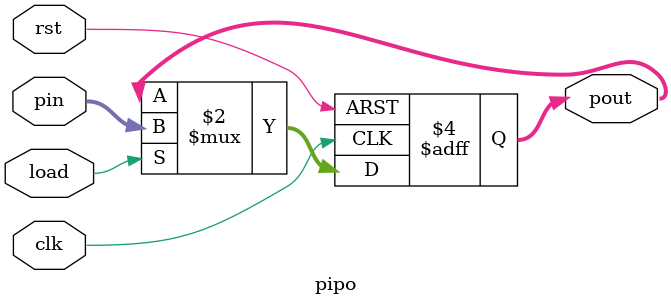
<source format=v>
module pipo#(parameter n=4)(input clk, rst, load,input [n-1:0] pin, output reg [n-1:0] pout);
always @(posedge clk or posedge rst) begin
    if (rst)
        pout <= 0;
    else if (load)
        pout <= pin;
end
endmodule

</source>
